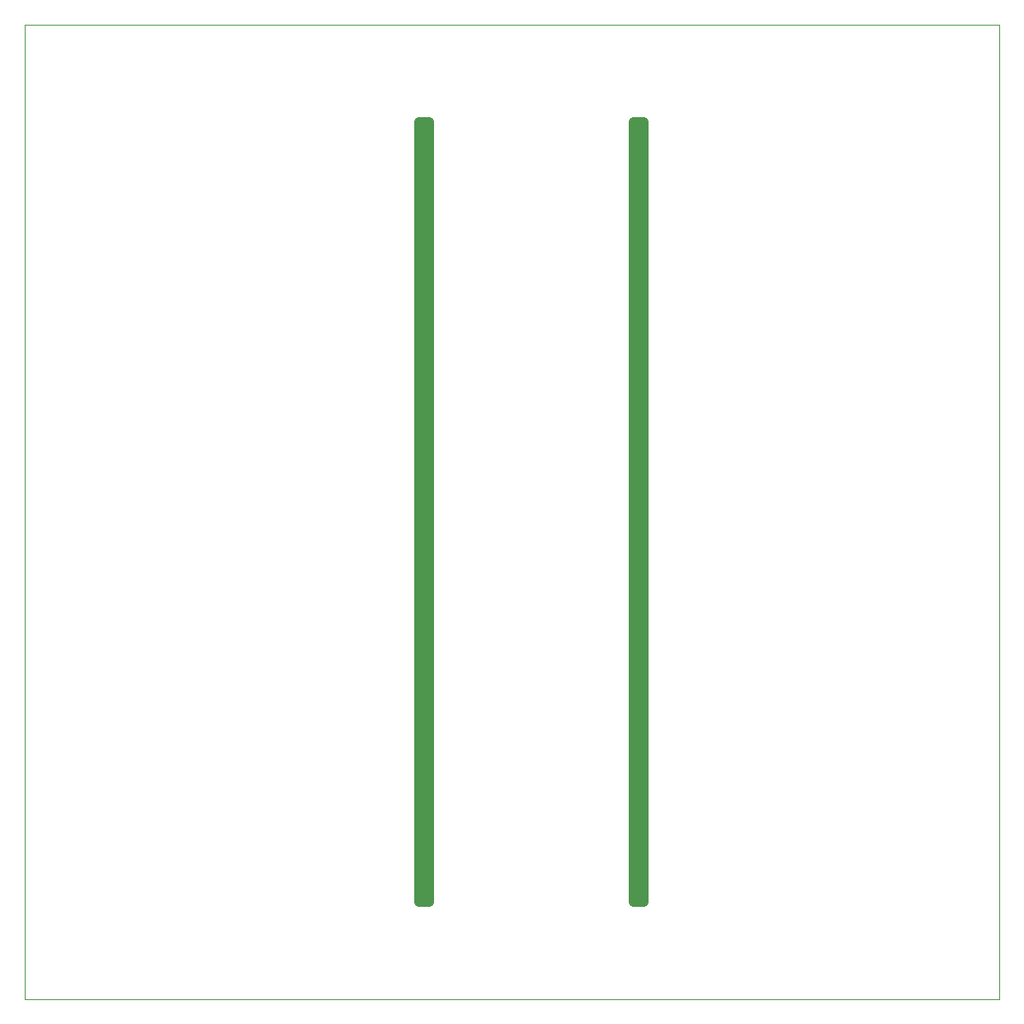
<source format=gbr>
%TF.GenerationSoftware,KiCad,Pcbnew,(5.1.5)-3*%
%TF.CreationDate,2020-05-19T22:28:50+02:00*%
%TF.ProjectId,KicadJE_Counts_PCB,4b696361-644a-4455-9f43-6f756e74735f,rev?*%
%TF.SameCoordinates,Original*%
%TF.FileFunction,Profile,NP*%
%FSLAX46Y46*%
G04 Gerber Fmt 4.6, Leading zero omitted, Abs format (unit mm)*
G04 Created by KiCad (PCBNEW (5.1.5)-3) date 2020-05-19 22:28:50*
%MOMM*%
%LPD*%
G04 APERTURE LIST*
%ADD10C,1.000000*%
%ADD11C,0.050000*%
G04 APERTURE END LIST*
D10*
X112500000Y-60000000D02*
X112500000Y-140000000D01*
X113500000Y-60000000D02*
X113500000Y-140000000D01*
X112500000Y-140000000D02*
X113500000Y-140000000D01*
X112500000Y-60000000D02*
X113500000Y-60000000D01*
X90500000Y-60000000D02*
X91500000Y-60000000D01*
X90500000Y-140000000D02*
X91500000Y-140000000D01*
X91500000Y-60000000D02*
X91500000Y-140000000D01*
X90500000Y-60000000D02*
X90500000Y-140000000D01*
D11*
X50000000Y-150000000D02*
X50000000Y-50000000D01*
X150000000Y-150000000D02*
X50000000Y-150000000D01*
X150000000Y-50000000D02*
X150000000Y-150000000D01*
X50000000Y-50000000D02*
X150000000Y-50000000D01*
M02*

</source>
